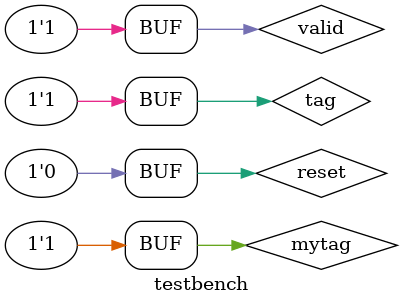
<source format=sv>
module testbench();
	// Place inputs here
	reg clk, reset, valid, tag, mytag;

	// Outputs
	wire miss, hit;

	// A mycachecircuit instance
	mycachecircuit theCache(clk, reset, valid, tag, mytag, miss, hit);

	// Test all combinations
	initial begin
		reset = 1; #100;
		reset = 0; 
		valid = 0; tag = 0; mytag = 0; #200;  // Miss, 2 State Changes  0->2->0
		valid = 0; tag = 0; mytag = 1; #200;  // Miss, 2 State Changes  0->2->0
		valid = 0; tag = 1; mytag = 0; #200;  // Miss, 2 State Changes  0->2->0
		valid = 0; tag = 1; mytag = 1; #200;  // Miss, 2 State Changes  0->2->0
		valid = 1; tag = 0; mytag = 0; #300;  // Hit, 3 State Changes   0->1->3->0
		valid = 1; tag = 0; mytag = 1; #300;  // Miss, 3 State Changes  0->1->2->0 
		valid = 1; tag = 1; mytag = 0; #300;  // Miss, 3 State Changes  0->1->2->0
		valid = 1; tag = 1; mytag = 1; #300;  // Hit, 3 State Changes   0->1->3->0
	end

endmodule
				
</source>
